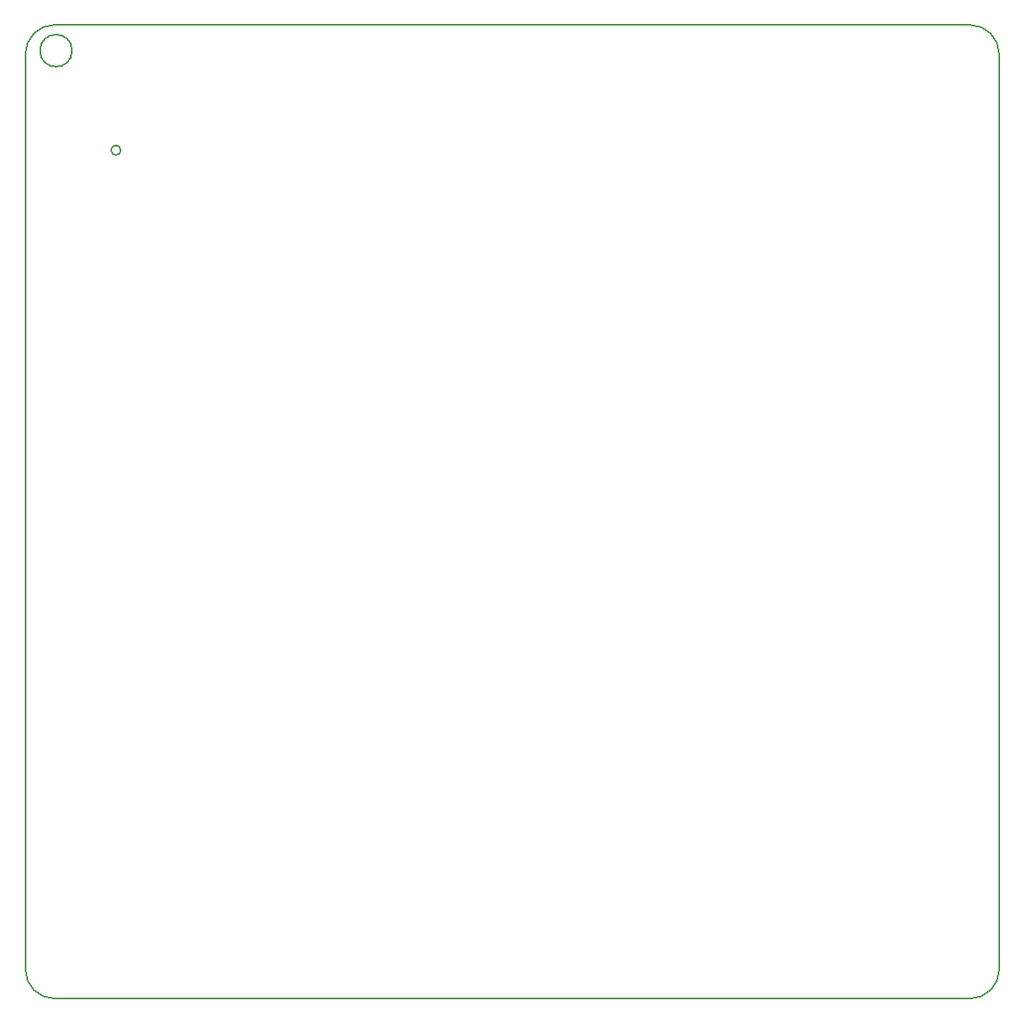
<source format=gbr>
%TF.GenerationSoftware,KiCad,Pcbnew,(5.1.10)-1*%
%TF.CreationDate,2021-08-20T00:09:58-04:00*%
%TF.ProjectId,Back_F407_expansion_board,4261636b-5f46-4343-9037-5f657870616e,rev?*%
%TF.SameCoordinates,Original*%
%TF.FileFunction,Profile,NP*%
%FSLAX46Y46*%
G04 Gerber Fmt 4.6, Leading zero omitted, Abs format (unit mm)*
G04 Created by KiCad (PCBNEW (5.1.10)-1) date 2021-08-20 00:09:58*
%MOMM*%
%LPD*%
G01*
G04 APERTURE LIST*
%TA.AperFunction,Profile*%
%ADD10C,0.200000*%
%TD*%
G04 APERTURE END LIST*
D10*
X71339999Y-36479999D02*
G75*
G02*
X74340001Y-33479999I3000001J-1D01*
G01*
X76140000Y-36130000D02*
G75*
G03*
X76140000Y-36130000I-1650000J0D01*
G01*
X171339999Y-36480000D02*
X171340000Y-130479999D01*
X71340000Y-130479999D02*
X71340000Y-36479999D01*
X74340000Y-133479999D02*
G75*
G02*
X71340000Y-130479999I0J3000000D01*
G01*
X168339999Y-133479999D02*
X74340000Y-133479999D01*
X171340000Y-130480000D02*
G75*
G02*
X168339999Y-133479999I-3000000J1D01*
G01*
X168340000Y-33479999D02*
G75*
G02*
X171339999Y-36480000I-1J-3000000D01*
G01*
X74340001Y-33479999D02*
X168339999Y-33479999D01*
X81144999Y-46355000D02*
G75*
G03*
X81144999Y-46355000I-499999J0D01*
G01*
M02*

</source>
